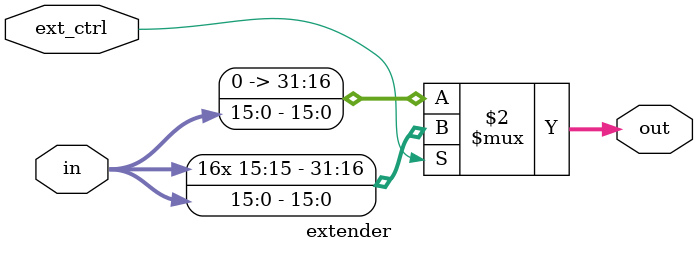
<source format=v>
module extender(
in,
ext_ctrl,
out
);
input [15:0] in;
input ext_ctrl;
output [31:0] out;

assign out = (ext_ctrl == 1'b0)?{16'h0000,in}:{{16{in[15]}},in};

endmodule


</source>
